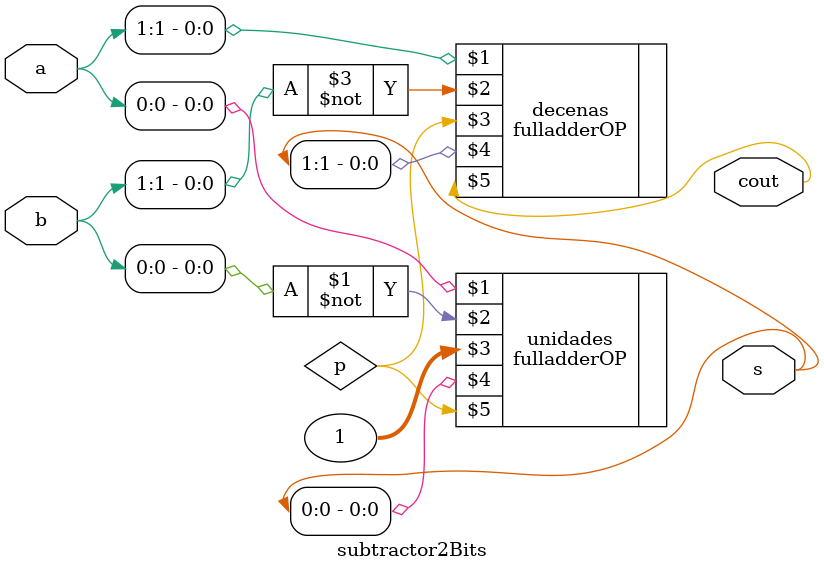
<source format=sv>
module subtractor2Bits(input logic [1:0] a , b, output logic [1:0] s, output logic cout);
	
	logic p;
	
	fulladderOP unidades(a[0], ~b[0], 1, s[0], p);
	
	fulladderOP decenas(a[1], ~b[1], p, s[1], cout);
	
endmodule

</source>
